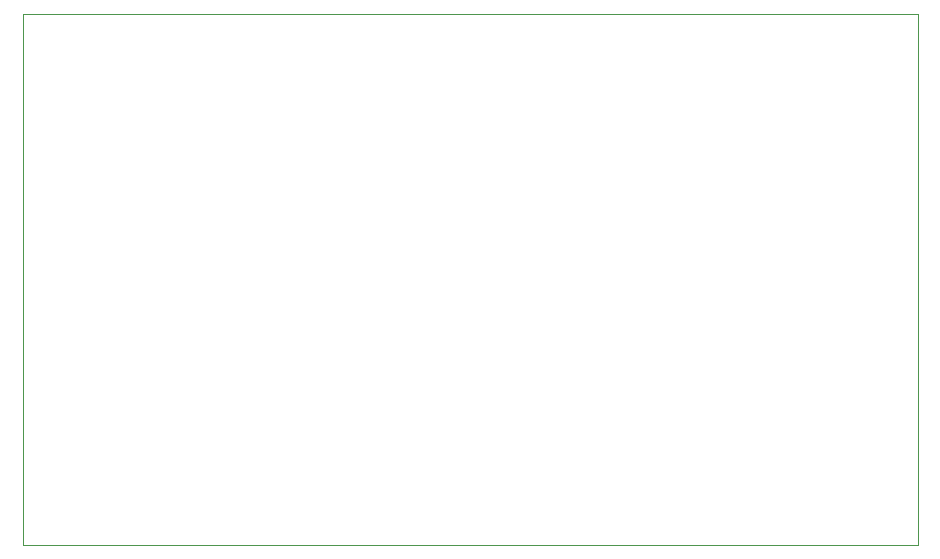
<source format=gbr>
%TF.GenerationSoftware,KiCad,Pcbnew,9.0.5*%
%TF.CreationDate,2025-10-31T02:29:56+01:00*%
%TF.ProjectId,ESP32S3UMCarrierBoard,45535033-3253-4335-954d-436172726965,rev?*%
%TF.SameCoordinates,Original*%
%TF.FileFunction,Profile,NP*%
%FSLAX46Y46*%
G04 Gerber Fmt 4.6, Leading zero omitted, Abs format (unit mm)*
G04 Created by KiCad (PCBNEW 9.0.5) date 2025-10-31 02:29:56*
%MOMM*%
%LPD*%
G01*
G04 APERTURE LIST*
%TA.AperFunction,Profile*%
%ADD10C,0.050000*%
%TD*%
G04 APERTURE END LIST*
D10*
X0Y45000000D02*
X75769615Y45000000D01*
X75769615Y0D01*
X0Y0D01*
X0Y45000000D01*
M02*

</source>
